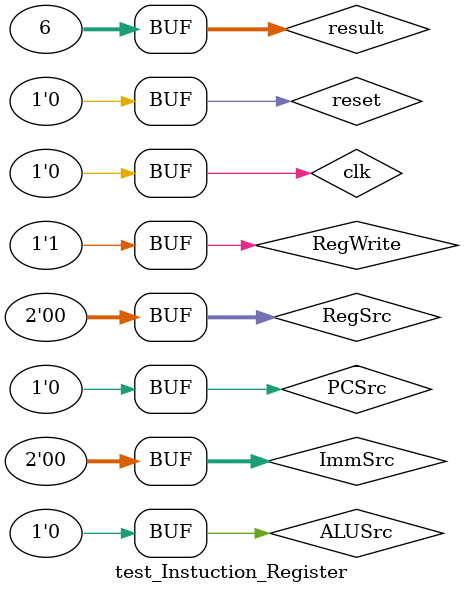
<source format=sv>
module test_Instuction_Register();


logic clk,reset,PCSrc;
logic [31:0] result;
logic [1:0] RegSrc;
logic RegWrite;
logic [1:0] ImmSrc;
logic ALUSrc;
logic [31:0] SrcA, SrcB;
logic [31:0] WriteData;



Instuction_Register IReg(clk, reset,PCSrc,
									result,
									RegSrc,
									RegWrite,
									ImmSrc,
									ALUSrc,
									SrcA, SrcB,
									WriteData);
									
initial begin

	reset=0;
	#10;
	reset = 1;
	#10;
	reset = 0;
	#10;
	PCSrc=0;
	#10;
	result=32'd6;
	#10;
	RegSrc=2'd0;
	#10;
	RegWrite=1;
	#10;
	ImmSrc=2'd0;
	#10;
	ALUSrc=0;
	#10;
	PCSrc=1;
	#10;
	PCSrc=0;
	#10;
end
	always
begin
clk <= 1; # 5; clk <= 0; # 5;
end
	
endmodule

</source>
